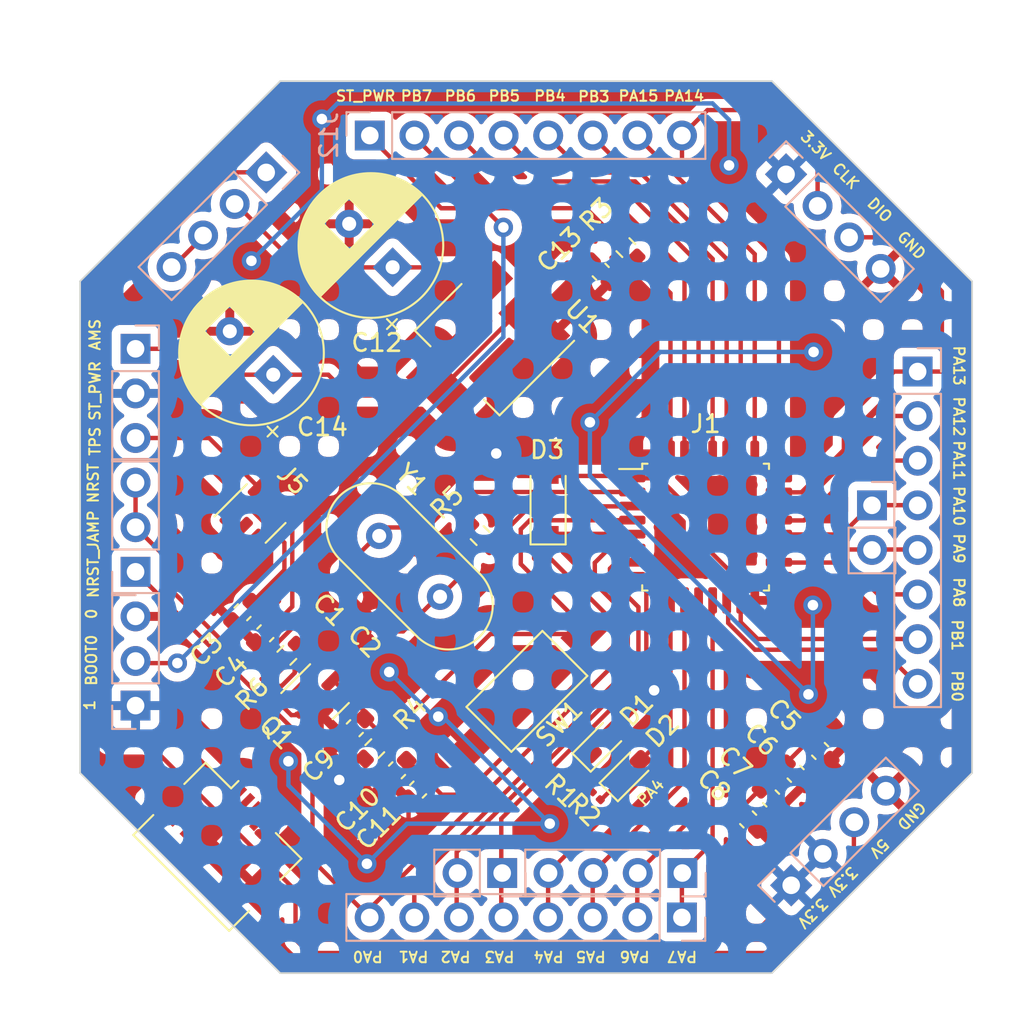
<source format=kicad_pcb>
(kicad_pcb (version 20221018) (generator pcbnew)
  (layers (0 "F.Cu" signal) (31 "B.Cu" signal) (34 "B.Paste" user) (35 "F.Paste" user) (36 "B.SilkS" user "B.Silkscreen") (37 "F.SilkS" user "F.Silkscreen") (38 "B.Mask" user) (39 "F.Mask" user) (44 "Edge.Cuts" user))
  (net 0 "")
  (net 1 "GND")
  (net 2 "Net-(C2-Pad1)")
  (net 3 "+5V")
  (net 4 "+3V3")
  (net 7 "+12V")
  (net 8 "Net-(J1-PF0)")
  (net 9 "Net-(J5-NR)")
  (net 10 "Net-(J1-NRST)")
  (net 11 "Net-(D3-K)")
  (net 12 "Net-(J15-Pin_2)")
  (net 13 "Net-(J14-Pin_1)")
  (net 14 "Net-(D1-K)")
  (net 15 "Net-(D2-K)")
  (net 16 "Net-(D2-A)")
  (net 17 "Net-(J1-PF1)")
  (net 18 "Net-(J1-PA0)")
  (net 19 "Net-(J1-PA1)")
  (net 20 "Net-(J1-PA2)")
  (net 21 "Net-(J1-PA3)")
  (net 22 "Net-(J1-PA5)")
  (net 23 "Net-(J1-PA6)")
  (net 24 "Net-(J1-PA7)")
  (net 25 "Net-(J1-PB0)")
  (net 26 "Net-(J1-PB1)")
  (net 27 "Net-(J1-PA8)")
  (net 28 "Net-(J1-PA9)")
  (net 29 "Net-(J1-PA10)")
  (net 30 "Net-(J1-PA11)")
  (net 31 "Net-(J1-PA12)")
  (net 32 "Net-(J1-PA13)")
  (net 33 "Net-(J1-PA14)")
  (net 34 "Net-(J1-PA15)")
  (net 35 "Net-(J1-PB3)")
  (net 36 "Net-(J1-PB4)")
  (net 37 "Net-(J1-PB5)")
  (net 38 "Net-(J1-PB6)")
  (net 39 "Net-(J1-PB7)")
  (net 40 "Net-(J1-BOOT0)")
  (net 41 "Net-(J14-Pin_3)")
  (net 42 "Net-(J12-Pin_1)")
  (net 43 "Net-(J11-Pin_2)")
  (net 44 "Net-(Q1-G)")
  (footprint "Resistor_SMD:R_0603_1608Metric" (layer "F.Cu") (at 146.583363 100.916637 -135)
    (fp_text reference "R4")
    (fp_text value "5-10kOm")
  )
  (footprint "Crystal:Crystal_HC18-U_Vertical" (layer "F.Cu") (at 146.835177 88.8 -45)
    (fp_text reference "Y1")
    (fp_text value "8MHz")
  )
  (footprint "Capacitor_THT:CP_Radial_D8.0mm_P3.50mm" (layer "F.Cu") (at 147.6 73.5 135)
    (fp_text reference "C12")
    (fp_text value "100mkF")
  )
  (footprint "Capacitor_SMD:C_0603_1608Metric" (layer "F.Cu") (at 147.851992 102.148008 45)
    (fp_text reference "C10")
    (fp_text value "1uF")
  )
  (footprint "Button_Switch_SMD:SW_SPST_FSMSM" (layer "F.Cu") (at 155.24562 97.65438 -135)
    (fp_text reference "SW1")
    (fp_text value "SW_Push")
  )
  (footprint "Capacitor_SMD:C_0603_1608Metric" (layer "F.Cu") (at 139.051992 93.148008 -135)
    (fp_text reference "C3")
    (fp_text value "0.1uF")
  )
  (footprint "Package_QFP:LQFP-32_7x7mm_P0.8mm" (layer "F.Cu") (at 165.425 88.3)
    (fp_text reference "J1")
    (fp_text value "stm32f030k6t6")
  )
  (footprint "Connector_USB:USB_Micro-B_Amphenol_10104110_Horizontal" (layer "F.Cu") (at 138.501996 105.622309 -45)
    (fp_text reference "J2" hide)
    (fp_text value "micro_usb" hide)
  )
  (footprint "Resistor_SMD:R_0603_1608Metric" (layer "F.Cu") (at 152.583363 88.783363 135)
    (fp_text reference "R5")
    (fp_text value "390 Om")
  )
  (footprint "Package_TO_SOT_SMD:SOT-23" (layer "F.Cu") (at 143.5445 97.6707 45)
    (fp_text reference "Q1")
    (fp_text value "MMBF170")
  )
  (footprint "Capacitor_SMD:C_0603_1608Metric" (layer "F.Cu") (at 159.451992 73.751992 -45)
    (fp_text reference "C13")
    (fp_text value "0.1nF")
  )
  (footprint "LED_SMD:LED_0603_1608Metric_Pad1.05x0.95mm_HandSolder" (layer "F.Cu") (at 159.533249 100.535164 45)
    (fp_text reference "D1")
    (fp_text value "LED")
  )
  (footprint "Package_TO_SOT_SMD:SOT-23-5" (layer "F.Cu") (at 139.832583 87.523915 45)
    (fp_text reference "J5")
    (fp_text value "TPS73133DBV")
  )
  (footprint "Capacitor_SMD:C_0201_0603Metric" (layer "F.Cu") (at 146.943952 93.943952 135)
    (fp_text reference "C2")
    (fp_text value "20pF")
  )
  (footprint "Diode_SMD:D_SOD-123" (layer "F.Cu") (at 156.454584 87.034721 90)
    (fp_text reference "D3")
    (fp_text value "MBR0540")
  )
  (footprint "Capacitor_SMD:C_0603_1608Metric" (layer "F.Cu") (at 149.051992 103.248008 45)
    (fp_text reference "C11")
    (fp_text value "10nF")
  )
  (footprint "Capacitor_SMD:C_0603_1608Metric" (layer "F.Cu") (at 171.948008 101.048008 -45)
    (fp_text reference "C6")
    (fp_text value "0.1nF")
  )
  (footprint "Resistor_SMD:R_0201_0603Metric" (layer "F.Cu") (at 158.1 102.5 135)
    (fp_text reference "R1")
    (fp_text value "10kOm")
  )
  (footprint "Capacitor_SMD:C_0603_1608Metric" (layer "F.Cu") (at 170.551992 102.351992 -45)
    (fp_text reference "C8")
    (fp_text value "0.1nF")
  )
  (footprint "Resistor_SMD:R_0603_1608Metric" (layer "F.Cu") (at 160.883363 72.383363 135)
    (fp_text reference "R3")
    (fp_text value "10kOm")
  )
  (footprint "Resistor_SMD:R_0201_0603Metric" (layer "F.Cu") (at 159.2 103.6 -45)
    (fp_text reference "R2")
    (fp_text value "10kOm")
  )
  (footprint "Capacitor_SMD:C_0603_1608Metric" (layer "F.Cu") (at 167.848008 104.948008 -45)
    (fp_text reference "C7")
    (fp_text value "0.1nF")
  )
  (footprint "Capacitor_SMD:C_0603_1608Metric" (layer "F.Cu") (at 169.151992 103.751992 -45)
    (fp_text reference "C5")
    (fp_text value "0.1nF")
  )
  (footprint "Capacitor_THT:CP_Radial_D8.0mm_P3.50mm" (layer "F.Cu") (at 140.801021 79.620118 135)
    (fp_text reference "C14")
    (fp_text value "470mkF")
  )
  (footprint "Capacitor_SMD:C_0603_1608Metric" (layer "F.Cu") (at 140.351992 94.348008 -135)
    (fp_text reference "C4")
    (fp_text value "0.1uF")
  )
  (footprint "LED_SMD:LED_0603_1608Metric_Pad1.05x0.95mm_HandSolder" (layer "F.Cu") (at 161.081282 102.218718 45)
    (fp_text reference "D2")
    (fp_text value "LED")
  )
  (footprint "Package_TO_SOT_SMD:SOT-223-3_TabPin2" (layer "F.Cu") (at 152.627386 78.172614 -135)
    (fp_text reference "U1")
    (fp_text value "AMS1117-3.3")
  )
  (footprint "Resistor_SMD:R_0603_1608Metric" (layer "F.Cu") (at 141.574929 95.601671 -135)
    (fp_text reference "R6")
    (fp_text value "2kOm")
  )
  (footprint "Capacitor_SMD:C_0201_0603Metric" (layer "F.Cu") (at 144.926274 92.026274 -45)
    (fp_text reference "C1")
    (fp_text value "20pF")
  )
  (footprint "Capacitor_SMD:C_0603_1608Metric" (layer "F.Cu") (at 145.448008 99.751992 -135)
    (fp_text reference "C9")
    (fp_text value "100nF")
  )
  (footprint "Connector_PinHeader_2.54mm:PinHeader_1x04_P2.54mm_Vertical" (layer "B.Cu") (at 170.3 108.7 -45)
    (fp_text reference "J3" hide)
    (fp_text value "Conn_01x04_Female")
  )
  (footprint "Connector_PinHeader_2.54mm:PinHeader_1x03_P2.54mm_Vertical" (layer "B.Cu") (at 132.959584 78.144721 180)
    (fp_text reference "J14" hide)
    (fp_text value "Conn_01x03_Female")
  )
  (footprint "Connector_PinHeader_2.54mm:PinHeader_1x08_P2.54mm_Vertical" (layer "B.Cu") (at 146.3 66 -90)
    (fp_text reference "J12")
    (fp_text value "Conn_01x08_Female")
  )
  (footprint "Connector_PinHeader_2.54mm:PinHeader_1x04_P2.54mm_Vertical" (layer "B.Cu") (at 170.007898 68.207898 -135)
    (fp_text reference "J4" hide)
    (fp_text value "SWD")
  )
  (footprint "Connector_PinHeader_2.54mm:PinHeader_1x02_P2.54mm_Vertical" (layer "B.Cu") (at 153.84 108 90)
    (fp_text reference "J8" hide)
    (fp_text value "uart")
  )
  (footprint "Connector_PinHeader_2.54mm:PinHeader_1x04_P2.54mm_Vertical" (layer "B.Cu") (at 164.1 108 90)
    (fp_text reference "J7" hide)
    (fp_text value "spi")
  )
  (footprint "Connector_PinHeader_2.54mm:PinHeader_1x04_P2.54mm_Vertical" (layer "B.Cu") (at 140.4 68.1 135)
    (fp_text reference "J15" hide)
    (fp_text value "Conn_01x04_Female")
  )
  (footprint "Connector_PinHeader_2.54mm:PinHeader_1x02_P2.54mm_Vertical" (layer "B.Cu") (at 174.9 87.06 180)
    (fp_text reference "J13" hide)
    (fp_text value "i2c")
  )
  (footprint "Connector_PinHeader_2.54mm:PinHeader_1x03_P2.54mm_Vertical" (layer "B.Cu") (at 132.959584 90.844721)
    (fp_text reference "J11" hide)
    (fp_text value "Сделать вместе")
  )
  (footprint "Connector_PinHeader_2.54mm:PinHeader_1x08_P2.54mm_Vertical" (layer "B.Cu") (at 164.074584 110.529721 90)
    (fp_text reference "J10" hide)
    (fp_text value "Сделать вместе")
  )
  (footprint "Connector_PinHeader_2.54mm:PinHeader_1x03_P2.54mm_Vertical" (layer "B.Cu") (at 132.959584 98.464721)
    (fp_text reference "J6" hide)
    (fp_text value "BOOT")
  )
  (footprint "Connector_PinHeader_2.54mm:PinHeader_1x08_P2.54mm_Vertical" (layer "B.Cu") (at 177.5 79.44 180)
    (fp_text reference "J9" hide)
    (fp_text value "Сделать вместе")
  )
  (gr_line (start 180.6 74.3) (end 180.6 102.3) (stroke (width 0.1)) (layer "Edge.Cuts"))
  (gr_line (start 169.2 113.7) (end 141.2 113.7) (stroke (width 0.1)) (layer "Edge.Cuts"))
  (gr_line (start 129.8 102.3) (end 129.8 74.3) (stroke (width 0.1)) (layer "Edge.Cuts"))
  (gr_line (start 180.6 102.3) (end 169.2 113.7) (stroke (width 0.1)) (layer "Edge.Cuts"))
  (gr_line (start 141.2 62.9) (end 169.2 62.9) (stroke (width 0.1)) (layer "Edge.Cuts"))
  (gr_line (start 129.8 74.3) (end 141.2 62.9) (stroke (width 0.1)) (layer "Edge.Cuts"))
  (gr_line (start 141.2 113.7) (end 129.8 102.3) (stroke (width 0.1)) (layer "Edge.Cuts"))
  (gr_line (start 169.2 62.9) (end 180.6 74.3) (stroke (width 0.1)) (layer "Edge.Cuts"))
  (gr_text "3.3V" (at 173.7 107.5 -135) (layer "F.SilkS") (effects (font (size 0.6 0.6) (thickness 0.1125)) (justify left bottom)))
  (gr_text "PA10\n" (at 179.5 85.9 270) (layer "F.SilkS") (effects (font (size 0.6 0.6) (thickness 0.1125)) (justify left bottom)))
  (gr_text "PA5" (at 159.8 112.4 180) (layer "F.SilkS") (effects (font (size 0.6 0.6) (thickness 0.1125)) (justify left bottom)))
  (gr_text "PA6" (at 162.3 112.4 180) (layer "F.SilkS") (effects (font (size 0.6 0.6) (thickness 0.1125)) (justify left bottom)))
  (gr_text "PA7" (at 165 112.4 180) (layer "F.SilkS") (effects (font (size 0.6 0.6) (thickness 0.1125)) (justify left bottom)))
  (gr_text "PB1" (at 179.4 93.5 270) (layer "F.SilkS") (effects (font (size 0.6 0.6) (thickness 0.1125)) (justify left bottom)))
  (gr_text "PA2" (at 152.1 112.4 180) (layer "F.SilkS") (effects (font (size 0.6 0.6) (thickness 0.1125)) (justify left bottom)))
  (gr_text "3.3V" (at 170.7 66.1 315) (layer "F.SilkS") (effects (font (size 0.6 0.6) (thickness 0.1125)) (justify left bottom)))
  (gr_text "PA15\n" (at 160.4 64.1) (layer "F.SilkS") (effects (font (size 0.6 0.6) (thickness 0.1125)) (justify left bottom)))
  (gr_text "BOOT0" (at 130.8 97.4 90) (layer "F.SilkS") (effects (font (size 0.6 0.6) (thickness 0.1125)) (justify left bottom)))
  (gr_text "PB4\n" (at 155.6 64.1) (layer "F.SilkS") (effects (font (size 0.6 0.6) (thickness 0.1125)) (justify left bottom)))
  (gr_text "ST_PWR" (at 131 82.3 90) (layer "F.SilkS") (effects (font (size 0.6 0.6) (thickness 0.1125)) (justify left bottom)))
  (gr_text "PA12\n" (at 179.5 80.8 270) (layer "F.SilkS") (effects (font (size 0.6 0.6) (thickness 0.1125)) (justify left bottom)))
  (gr_text "PB0" (at 179.4 96.4 270) (layer "F.SilkS") (effects (font (size 0.6 0.6) (thickness 0.1125)) (justify left bottom)))
  (gr_text "PA4" (at 161.9 104.3 45) (layer "F.SilkS") (effects (font (size 0.6 0.6) (thickness 0.1125)) (justify left bottom)))
  (gr_text "TPS" (at 131 84.3 90) (layer "F.SilkS") (effects (font (size 0.6 0.6) (thickness 0.1125)) (justify left bottom)))
  (gr_text "3.3V" (at 172 109.3 -135) (layer "F.SilkS") (effects (font (size 0.6 0.6) (thickness 0.1125)) (justify left bottom)))
  (gr_text "PA9" (at 179.5 88.6 270) (layer "F.SilkS") (effects (font (size 0.6 0.6) (thickness 0.1125)) (justify left bottom)))
  (gr_text "CLK" (at 172.5 67.9 315) (layer "F.SilkS") (effects (font (size 0.6 0.6) (thickness 0.1125)) (justify left bottom)))
  (gr_text "DIO" (at 174.5 69.9 315) (layer "F.SilkS") (effects (font (size 0.6 0.6) (thickness 0.1125)) (justify left bottom)))
  (gr_text "GND" (at 177.6 103.8 -135) (layer "F.SilkS") (effects (font (size 0.6 0.6) (thickness 0.1125)) (justify left bottom)))
  (gr_text "0\n" (at 130.8 93.6 90) (layer "F.SilkS") (effects (font (size 0.6 0.6) (thickness 0.1125)) (justify left bottom)))
  (gr_text "AMS" (at 131 78.3 90) (layer "F.SilkS") (effects (font (size 0.6 0.6) (thickness 0.1125)) (justify left bottom)))
  (gr_text "PA1" (at 149.7 112.4 180) (layer "F.SilkS") (effects (font (size 0.6 0.6) (thickness 0.1125)) (justify left bottom)))
  (gr_text "PA14" (at 163 64.1) (layer "F.SilkS") (effects (font (size 0.6 0.6) (thickness 0.1125)) (justify left bottom)))
  (gr_text "PB3\n\n" (at 158.1 65.1) (layer "F.SilkS") (effects (font (size 0.6 0.6) (thickness 0.1125)) (justify left bottom)))
  (gr_text "1\n" (at 130.7 98.8 90) (layer "F.SilkS") (effects (font (size 0.6 0.6) (thickness 0.1125)) (justify left bottom)))
  (gr_text "PB6\n" (at 150.5 64.1) (layer "F.SilkS") (effects (font (size 0.6 0.6) (thickness 0.1125)) (justify left bottom)))
  (gr_text "5V" (at 175.5 105.9 225) (layer "F.SilkS") (effects (font (size 0.6 0.6) (thickness 0.1125)) (justify left bottom)))
  (gr_text "PA4" (at 157.4 112.4 180) (layer "F.SilkS") (effects (font (size 0.6 0.6) (thickness 0.1125)) (justify left bottom)))
  (gr_text "PA11\n" (at 179.5 83.3 270) (layer "F.SilkS") (effects (font (size 0.6 0.6) (thickness 0.1125)) (justify left bottom)))
  (gr_text "NRST" (at 130.9 87 90) (layer "F.SilkS") (effects (font (size 0.6 0.6) (thickness 0.1125)) (justify left bottom)))
  (gr_text "GND" (at 176.2 71.8 315) (layer "F.SilkS") (effects (font (size 0.6 0.6) (thickness 0.1125)) (justify left bottom)))
  (gr_text "PB5\n" (at 153 64.1) (layer "F.SilkS") (effects (font (size 0.6 0.6) (thickness 0.1125)) (justify left bottom)))
  (gr_text "PA3" (at 154.6 112.4 180) (layer "F.SilkS") (effects (font (size 0.6 0.6) (thickness 0.1125)) (justify left bottom)))
  (gr_text "PB7\n" (at 148 64.1) (layer "F.SilkS") (effects (font (size 0.6 0.6) (thickness 0.1125)) (justify left bottom)))
  (gr_text "PA13" (at 179.5 77.9 270) (layer "F.SilkS") (effects (font (size 0.6 0.6) (thickness 0.1125)) (justify left bottom)))
  (gr_text "ST_PWR" (at 144.3 64.1) (layer "F.SilkS") (effects (font (size 0.6 0.6) (thickness 0.1125)) (justify left bottom)))
  (gr_text "PA0" (at 147.1 112.4 180) (layer "F.SilkS") (effects (font (size 0.6 0.6) (thickness 0.1125)) (justify left bottom)))
  (gr_text "NRST_JAMP" (at 130.9 92.4 90) (layer "F.SilkS") (effects (font (size 0.6 0.6) (thickness 0.1125)) (justify left bottom)))
  (gr_text "PA8" (at 179.5 91.1 270) (layer "F.SilkS") (effects (font (size 0.6 0.6) (thickness 0.1125)) (justify left bottom)))
  (via (at 135.3403 96.0451) (size 1.1) (drill 0.6) (layers "F.Cu" "B.Cu") (net 0))
  (via (at 153.9077 71.2293) (size 1.1) (drill 0.6) (layers "F.Cu" "B.Cu") (net 0))
  (segment (start 156.5493 105.1891) (end 158.366323 103.372077) (width 0.25) (layer "F.Cu") (net 1))
  (segment (start 140.9791 94.9529) (end 141.000684 94.931316) (width 0.25) (layer "F.Cu") (net 1))
  (segment (start 139.803068 94.9529) (end 140.9791 94.9529) (width 0.25) (layer "F.Cu") (net 1))
  (segment (start 141.000684 94.931316) (end 142.1729 93.7591) (width 0.25) (layer "F.Cu") (net 1))
  (segment (start 141.000684 95.076084) (end 142.0205 96.0959) (width 0.25) (layer "F.Cu") (net 1))
  (segment (start 139.781484 94.931316) (end 139.803068 94.9529) (width 0.25) (layer "F.Cu") (net 1))
  (segment (start 143.553339 99.005364) (end 143.553339 100.194139) (width 0.25) (layer "F.Cu") (net 1))
  (segment (start 141.0807 98.2549) (end 141.831164 99.005364) (width 0.25) (layer "F.Cu") (net 1))
  (segment (start 158.366323 103.372077) (end 158.937865 103.372077) (width 0.25) (layer "F.Cu") (net 1))
  (segment (start 142.0205 96.0959) (end 142.0205 96.6039) (width 0.25) (layer "F.Cu") (net 1))
  (segment (start 141.0807 97.5437) (end 141.0807 98.2549) (width 0.25) (layer "F.Cu") (net 1))
  (segment (start 143.553339 100.194139) (end 143.6207 100.2615) (width 0.25) (layer "F.Cu") (net 1))
  (segment (start 142.0205 96.6039) (end 141.0807 97.5437) (width 0.25) (layer "F.Cu") (net 1))
  (segment (start 148.506991 105.103409) (end 146.1353 107.4751) (width 0.25) (layer "F.Cu") (net 1))
  (segment (start 142.1729 93.7591) (end 142.5793 93.7591) (width 0.25) (layer "F.Cu") (net 1))
  (segment (start 141.831164 99.005364) (end 143.553339 99.005364) (width 0.25) (layer "F.Cu") (net 1))
  (segment (start 158.366323 102.766323) (end 158.366323 103.372077) (width 0.25) (layer "F.Cu") (net 1))
  (segment (start 158.326274 102.726274) (end 158.366323 102.766323) (width 0.25) (layer "F.Cu") (net 1))
  (segment (start 148.506991 103.843048) (end 148.506991 105.103409) (width 0.25) (layer "F.Cu") (net 1))
  (segment (start 141.000684 94.931316) (end 141.000684 95.076084) (width 0.25) (layer "F.Cu") (net 1))
  (via (at 146.1353 107.4751) (size 1.1) (drill 0.6) (layers "F.Cu" "B.Cu") (net 1))
  (via (at 139.5567 73.1343) (size 1.1) (drill 0.6) (layers "F.Cu" "B.Cu") (net 1))
  (via (at 171.2813 97.8231) (size 1.1) (drill 0.6) (layers "F.Cu" "B.Cu") (net 1))
  (via (at 166.7601 67.6987) (size 1.1) (drill 0.6) (layers "F.Cu" "B.Cu") (net 1))
  (via (at 147.4053 96.5531) (size 1.1) (drill 0.6) (layers "F.Cu" "B.Cu") (net 1))
  (via (at 141.6649 101.6331) (size 1.1) (drill 0.6) (layers "F.Cu" "B.Cu") (net 1))
  (via (at 158.8353 82.3291) (size 1.1) (drill 0.6) (layers "F.Cu" "B.Cu") (net 1))
  (via (at 171.5353 92.7431) (size 1.1) (drill 0.6) (layers "F.Cu" "B.Cu") (net 1))
  (via (at 156.5493 105.1891) (size 1.1) (drill 0.6) (layers "F.Cu" "B.Cu") (net 1))
  (via (at 143.5699 65.0571) (size 1.1) (drill 0.6) (layers "F.Cu" "B.Cu") (net 1))
  (via (at 171.575693 78.325378) (size 1.1) (drill 0.6) (layers "F.Cu" "B.Cu") (net 1))
  (via (at 150.1993 99.0931) (size 1.1) (drill 0.6) (layers "F.Cu" "B.Cu") (net 1))
  (segment (start 158.8353 82.3291) (end 158.8353 85.3771) (width 0.25) (layer "B.Cu") (net 1))
  (segment (start 148.4213 105.1891) (end 156.5493 105.1891) (width 0.25) (layer "B.Cu") (net 1))
  (segment (start 165.8203 64.1681) (end 144.4589 64.1681) (width 0.25) (layer "B.Cu") (net 1))
  (segment (start 141.6649 103.0047) (end 146.1353 107.4751) (width 0.25) (layer "B.Cu") (net 1))
  (segment (start 149.9453 99.0931) (end 150.1993 99.0931) (width 0.25) (layer "B.Cu") (net 1))
  (segment (start 158.8353 85.3771) (end 171.2813 97.8231) (width 0.25) (layer "B.Cu") (net 1))
  (segment (start 171.5353 97.5691) (end 171.2813 97.8231) (width 0.25) (layer "B.Cu") (net 1))
  (segment (start 147.4053 96.5531) (end 149.9453 99.0931) (width 0.25) (layer "B.Cu") (net 1))
  (segment (start 171.5353 92.7431) (end 171.5353 97.5691) (width 0.25) (layer "B.Cu") (net 1))
  (segment (start 144.4589 64.1681) (end 143.5699 65.0571) (width 0.25) (layer "B.Cu") (net 1))
  (segment (start 162.839022 78.325378) (end 158.8353 82.3291) (width 0.25) (layer "B.Cu") (net 1))
  (segment (start 166.7601 65.1079) (end 165.8203 64.1681) (width 0.25) (layer "B.Cu") (net 1))
  (segment (start 141.6649 101.6331) (end 141.6649 103.0047) (width 0.25) (layer "B.Cu") (net 1))
  (segment (start 150.1993 99.0931) (end 150.4533 99.0931) (width 0.25) (layer "B.Cu") (net 1))
  (segment (start 171.575693 78.325378) (end 162.839022 78.325378) (width 0.25) (layer "B.Cu") (net 1))
  (segment (start 146.1353 107.4751) (end 148.4213 105.1891) (width 0.25) (layer "B.Cu") (net 1))
  (segment (start 150.4533 99.0931) (end 156.5493 105.1891) (width 0.25) (layer "B.Cu") (net 1))
  (segment (start 166.7601 67.6987) (end 166.7601 65.1079) (width 0.25) (layer "B.Cu") (net 1))
  (segment (start 143.5699 65.0571) (end 143.5699 69.1211) (width 0.25) (layer "B.Cu") (net 1))
  (segment (start 143.5699 69.1211) (end 139.5567 73.1343) (width 0.25) (layer "B.Cu") (net 1))
  (segment (start 150.3 92.264823) (end 152 90.564823) (width 0.25) (layer "F.Cu") (net 2))
  (segment (start 150.1993 92.2351) (end 148.195026 94.239374) (width 0.25) (layer "F.Cu") (net 2))
  (segment (start 151.9773 88.1711) (end 151.826574 88.020374) (width 0.25) (layer "F.Cu") (net 2))
  (segment (start 148.195026 94.239374) (end 147.123574 94.239374) (width 0.25) (layer "F.Cu") (net 2))
  (segment (start 152 90.564823) (end 152 88.2) (width 0.25) (layer "F.Cu") (net 2))
  (segment (start 169.2493 112.5551) (end 173.86968 107.93472) (width 0.25) (layer "F.Cu") (net 3))
  (segment (start 139.1503 86.9011) (end 140.503252 88.254053) (width 0.25) (layer "F.Cu") (net 3))
  (segment (start 139.1503 86.920001) (end 139.1503 86.9011) (width 0.25) (layer "F.Cu") (net 3))
  (segment (start 140.470635 68.09367) (end 138.27273 68.09367) (width 0.25) (layer "F.Cu") (net 3))
  (segment (start 141.4363 89.187101) (end 140.503252 88.254053) (width 0.25) (layer "F.Cu") (net 3))
  (segment (start 140.503252 88.254053) (end 139.732916 89.024389) (width 0.25) (layer "F.Cu") (net 3))
  (segment (start 131.1493 84.4881) (end 131.1493 100.3631) (width 0.25) (layer "F.Cu") (net 3))
  (segment (start 131.1493 75.2171) (end 131.1493 84.4881) (width 0.25) (layer "F.Cu") (net 3))
  (segment (start 173.86968 107.93472) (end 173.86968 105.179625) (width 0.25) (layer "F.Cu") (net 3))
  (segment (start 131.1493 84.4881) (end 136.7373 84.4881) (width 0.25) (layer "F.Cu") (net 3))
  (segment (start 135.688818 100.6171) (end 138.678773 103.607055) (width 0.25) (layer "F.Cu") (net 3))
  (segment (start 131.4033 100.6171) (end 133.6893 100.6171) (width 0.25) (layer "F.Cu") (net 3))
  (segment (start 133.6893 100.6171) (end 142.0713 108.9991) (width 0.25) (layer "F.Cu") (net 3))
  (segment (start 131.1493 100.3631) (end 131.4033 100.6171) (width 0.25) (layer "F.Cu") (net 3))
  (segment (start 139.15975 86.910551) (end 138.389414 87.680887) (width 0.25) (layer "F.Cu") (net 3))
  (segment (start 142.0713 108.9991) (end 142.0713 111.7931) (width 0.25) (layer "F.Cu") (net 3))
  (segment (start 138.389414 87.680887) (end 139.1503 86.920001) (width 0.25) (layer "F.Cu") (net 3))
  (segment (start 131.4033 100.6171) (end 135.688818 100.6171) (width 0.25) (layer "F.Cu") (net 3))
  (segment (start 142.0713 111.7931) (end 142.8333 112.5551) (width 0.25) (layer "F.Cu") (net 3))
  (segment (start 141.4363 90.746922) (end 141.4363 89.187101) (width 0.25) (layer "F.Cu") (net 3))
  (segment (start 142.8333 112.5551) (end 169.2493 112.5551) (width 0.25) (layer "F.Cu") (net 3))
  (segment (start 138.27273 68.09367) (end 131.1493 75.2171) (width 0.25) (layer "F.Cu") (net 3))
  (segment (start 139.612711 92.570511) (end 141.4363 90.746922) (width 0.25) (layer "F.Cu") (net 3))
  (segment (start 136.7373 84.4881) (end 139.15975 86.910551) (width 0.25) (layer "F.Cu") (net 3))
  (segment (start 145.747679 101.512721) (end 144.5605 102.6999) (width 0.25) (layer "F.Cu") (net 4))
  (segment (start 171.332471 100.428149) (end 169.985434 101.775186) (width 0.25) (layer "F.Cu") (net 4))
  (segment (start 161.114243 85.384721) (end 161.2482 85.518678) (width 0.25) (layer "F.Cu") (net 4))
  (segment (start 160.151967 99.916446) (end 160.170954 99.916446) (width 0.25) (layer "F.Cu") (net 4))
  (segment (start 160.170954 99.916446) (end 162.4929 97.5945) (width 0.25) (layer "F.Cu") (net 4))
  (segment (start 167.116878 91.118678) (end 169.5982 91.118678) (width 0.25) (layer "F.Cu") (net 4))
  (segment (start 154.778921 85.384721) (end 156.454584 85.384721) (width 0.25) (layer "F.Cu") (net 4))
  (segment (start 169.985434 101.775186) (end 168.638396 103.122224) (width 0.25) (layer "F.Cu") (net 4))
  (segment (start 162.786878 85.518678) (end 164.9313 87.6631) (width 0.25) (layer "F.Cu") (net 4))
  (segment (start 153.5013 84.1071) (end 154.778921 85.384721) (width 0.25) (layer "F.Cu") (net 4))
  (segment (start 161.2482 85.518678) (end 162.786878 85.518678) (width 0.25) (layer "F.Cu") (net 4))
  (segment (start 170.277578 108.771727) (end 167.291357 105.785506) (width 0.25) (layer "F.Cu") (net 4))
  (segment (start 167.291357 105.785506) (end 167.291357 104.469263) (width 0.25) (layer "F.Cu") (net 4))
  (segment (start 146.040584 101.512721) (end 145.747679 101.512721) (width 0.25) (layer "F.Cu") (net 4))
  (segment (start 156.454584 85.384721) (end 161.114243 85.384721) (width 0.25) (layer "F.Cu") (net 4))
  (segment (start 167.291357 104.469263) (end 168.638396 103.122224) (width 0.25) (layer "F.Cu") (net 4))
  (segment (start 164.9313 87.6631) (end 164.9313 88.9331) (width 0.25) (layer "F.Cu") (net 4))
  (segment (start 164.9313 88.9331) (end 167.116878 91.118678) (width 0.25) (layer "F.Cu") (net 4))
  (segment (start 172.073629 106.975676) (end 170.277578 108.771727) (width 0.25) (layer "F.Cu") (net 4))
  (via (at 162.4929 97.5945) (size 1.1) (drill 0.6) (layers "F.Cu" "B.Cu") (net 4))
  (via (at 153.5013 84.1071) (size 1.1) (drill 0.6) (layers "F.Cu" "B.Cu") (net 4))
  (via (at 144.5605 102.6999) (size 1.1) (drill 0.6) (layers "F.Cu" "B.Cu") (net 4))
  (segment (start 135.082481 73.481824) (end 136.878533 71.685772) (width 0.25) (layer "F.Cu") (net 7))
  (segment (start 161.25 86.3) (end 151.6 86.3) (width 0.25) (layer "F.Cu") (net 8))
  (segment (start 149.579723 88.320277) (end 146.835177 88.320277) (width 0.25) (layer "F.Cu") (net 8))
  (segment (start 146.734477 88.770277) (end 144.666752 90.838002) (width 0.25) (layer "F.Cu") (net 8))
  (segment (start 151.6 86.3) (end 149.579723 88.320277) (width 0.25) (layer "F.Cu") (net 8))
  (segment (start 144.666752 90.838002) (end 144.666752 91.782552) (width 0.25) (layer "F.Cu") (net 8))
  (segment (start 141.88582 92.82698) (end 140.8775 93.8353) (width 0.25) (layer "F.Cu") (net 9))
  (segment (start 141.88582 87.959957) (end 141.88582 92.82698) (width 0.25) (layer "F.Cu") (net 9))
  (segment (start 141.341584 87.415721) (end 141.88582 87.959957) (width 0.25) (layer "F.Cu") (net 9))
  (segment (start 153.166824 94.386481) (end 147.20731 100.345995) (width 0.25) (layer "F.Cu") (net 10))
  (segment (start 154.8983 88.4251) (end 154.8983 90.402957) (width 0.25) (layer "F.Cu") (net 10))
  (segment (start 145.966356 99.199477) (end 146.060792 99.199477) (width 0.25) (layer "F.Cu") (net 10))
  (segment (start 158.881824 94.386481) (end 153.166824 94.386481) (width 0.25) (layer "F.Cu") (net 10))
  (segment (start 144.300174 97.095523) (end 145.966356 98.761705) (width 0.25) (layer "F.Cu") (net 10))
  (segment (start 161.2482 87.918678) (end 161.239732 87.91021) (width 0.25) (layer "F.Cu") (net 10))
  (segment (start 154.8983 90.402957) (end 158.881824 94.386481) (width 0.25) (layer "F.Cu") (net 10))
  (segment (start 146.060792 99.199477) (end 147.20731 100.345995) (width 0.25) (layer "F.Cu") (net 10))
  (segment (start 155.41319 87.91021) (end 154.8983 88.4251) (width 0.25) (layer "F.Cu") (net 10))
  (segment (start 161.239732 87.91021) (end 155.41319 87.91021) (width 0.25) (layer "F.Cu") (net 10))
  (segment (start 145.966356 98.761705) (end 145.966356 99.199477) (width 0.25) (layer "F.Cu") (net 10))
  (segment (start 160.542776 94.718624) (end 151.7233 103.5381) (width 0.25) (layer "F.Cu") (net 11))
  (segment (start 161.2482 88.718678) (end 161.214243 88.684721) (width 0.25) (layer "F.Cu") (net 11))
  (segment (start 151.7233 103.5381) (end 150.394075 103.5381) (width 0.25) (layer "F.Cu") (net 11))
  (segment (start 149.603007 102.747032) (end 149.593927 102.747032) (width 0.25) (layer "F.Cu") (net 11))
  (segment (start 156.454584 88.684721) (end 156.454584 89.958807) (width 0.25) (layer "F.Cu") (net 11))
  (segment (start 148.444765 101.588792) (end 148.426381 101.588792) (width 0.25) (layer "F.Cu") (net 11))
  (segment (start 161.214243 88.684721) (end 156.454584 88.684721) (width 0.25) (layer "F.Cu") (net 11))
  (segment (start 150.394075 103.5381) (end 149.603007 102.747032) (width 0.25) (layer "F.Cu") (net 11))
  (segment (start 149.593927 102.747032) (end 148.4066 101.559705) (width 0.25) (layer "F.Cu") (net 11))
  (segment (start 160.542776 94.046999) (end 160.542776 94.718624) (width 0.25) (layer "F.Cu") (net 11))
  (segment (start 156.454584 89.958807) (end 160.542776 94.046999) (width 0.25) (layer "F.Cu") (net 11))
  (segment (start 147.118458 73.507595) (end 152.325459 73.507595) (width 0.25) (layer "F.Cu") (net 12))
  (segment (start 152.325459 73.507595) (end 153.177239 74.359375) (width 0.25) (layer "F.Cu") (net 12))
  (segment (start 142.292458 73.507595) (end 147.118458 73.507595) (width 0.25) (layer "F.Cu") (net 12))
  (segment (start 138.674584 69.889721) (end 142.292458 73.507595) (width 0.25) (layer "F.Cu") (net 12))
  (segment (start 154.803584 75.985721) (end 150.348812 80.440493) (width 0.25) (layer "F.Cu") (net 13))
  (segment (start 140.801021 79.620118) (end 143.934318 79.620118) (width 0.25) (layer "F.Cu") (net 13))
  (segment (start 140.801021 79.620118) (end 138.796591 79.620118) (width 0.25) (layer "F.Cu") (net 13))
  (segment (start 145.1193 80.8051) (end 149.984205 80.8051) (width 0.25) (layer "F.Cu") (net 13))
  (segment (start 143.934318 79.620118) (end 145.1193 80.8051) (width 0.25) (layer "F.Cu") (net 13))
  (segment (start 137.321194 78.144721) (end 132.959584 78.144721) (width 0.25) (layer "F.Cu") (net 13))
  (segment (start 149.984205 80.8051) (end 150.348812 80.440493) (width 0.25) (layer "F.Cu") (net 13))
  (segment (start 138.796591 79.620118) (end 137.321194 78.144721) (width 0.25) (layer "F.Cu") (net 13))
  (segment (start 158.914568 73.238705) (end 157.5506 73.238705) (width 0.25) (layer "F.Cu") (net 13))
  (segment (start 157.5506 73.238705) (end 154.803584 75.985721) (width 0.25) (layer "F.Cu") (net 13))
  (segment (start 157.860236 102.294446) (end 157.860236 102.208177) (width 0.25) (layer "F.Cu") (net 14))
  (segment (start 157.860236 102.208177) (end 158.914531 101.153882) (width 0.25) (layer "F.Cu") (net 14))
  (segment (start 159.47668 103.824625) (end 159.390413 103.824625) (width 0.25) (layer "F.Cu") (net 15))
  (segment (start 160.534866 102.766439) (end 159.47668 103.824625) (width 0.25) (layer "F.Cu") (net 15))
  (segment (start 156.454584 107.989721) (end 161.772302 102.672003) (width 0.25) (layer "F.Cu") (net 16))
  (segment (start 161.772302 102.672003) (end 161.772302 101.529003) (width 0.25) (layer "F.Cu") (net 16))
  (segment (start 156.454584 107.989721) (end 156.454584 110.529721) (width 0.25) (layer "F.Cu") (net 16))
  (segment (start 163.4232 99.878105) (end 161.772302 101.529003) (width 0.25) (layer "F.Cu") (net 16))
  (segment (start 163.4232 92.493678) (end 163.4232 99.878105) (width 0.25) (layer "F.Cu") (net 16))
  (segment (start 153.096574 89.337826) (end 153.144026 89.337826) (width 0.25) (layer "F.Cu") (net 17))
  (segment (start 155.414774 87.118678) (end 153.166726 89.366726) (width 0.25) (layer "F.Cu") (net 17))
  (segment (start 161.2482 87.118678) (end 155.414774 87.118678) (width 0.25) (layer "F.Cu") (net 17))
  (segment (start 161.2482 89.518678) (end 159.926122 89.518678) (width 0.25) (layer "F.Cu") (net 18))
  (segment (start 159.1147 90.3301) (end 159.1147 91.4985) (width 0.25) (layer "F.Cu") (net 18))
  (segment (start 143.0365 107.271637) (end 146.294584 110.529721) (width 0.25) (layer "F.Cu") (net 18))
  (segment (start 160.992296 93.376096) (end 160.992296 95.335904) (width 0.25) (layer "F.Cu") (net 18))
  (segment (start 143.0365 100.921637) (end 143.0365 107.271637) (width 0.25) (layer "F.Cu") (net 18))
  (segment (start 160.992296 95.335904) (end 146.294584 110.033616) (width 0.25) (layer "F.Cu") (net 18))
  (segment (start 146.294584 110.033616) (end 146.294584 110.529721) (width 0.25) (layer "F.Cu") (net 18))
  (segment (start 132.959584 90.844721) (end 143.0365 100.921637) (width 0.25) (layer "F.Cu") (net 18))
  (segment (start 159.926122 89.518678) (end 159.1147 90.3301) (width 0.25) (layer "F.Cu") (net 18))
  (segment (start 159.1147 91.4985) (end 160.992296 93.376096) (width 0.25) (layer "F.Cu") (net 18))
  (segment (start 161.2482 90.318678) (end 160.319922 90.318678) (width 0.25) (layer "F.Cu") (net 19))
  (segment (start 159.9783 90.6603) (end 159.9783 91.234495) (width 0.25) (layer "F.Cu") (net 19))
  (segment (start 161.59916 95.819804) (end 148.834584 108.58438) (width 0.25) (layer "F.Cu") (net 19))
  (segment (start 161.59916 92.855355) (end 161.59916 95.819804) (width 0.25) (layer "F.Cu") (net 19))
  (segment (start 148.834584 108.58438) (end 148.834584 110.529721) (width 0.25) (layer "F.Cu") (net 19))
  (segment (start 160.319922 90.318678) (end 159.9783 90.6603) (width 0.25) (layer "F.Cu") (net 19))
  (segment (start 159.9783 91.234495) (end 161.59916 92.855355) (width 0.25) (layer "F.Cu") (net 19))
  (segment (start 162.04868 96.006002) (end 162.04868 91.919158) (width 0.25) (layer "F.Cu") (net 20))
  (segment (start 151.247584 107.989721) (end 151.247584 106.807099) (width 0.25) (layer "F.Cu") (net 20))
  (segment (start 151.247584 106.807099) (end 154.555041 103.499641) (width 0.25) (layer "F.Cu") (net 20))
  (segment (start 154.555041 103.499641) (end 162.04868 96.006002) (width 0.25) (layer "F.Cu") (net 20))
  (segment (start 151.247584 107.989721) (end 151.247584 110.402721) (width 0.25) (layer "F.Cu") (net 20))
  (segment (start 162.04868 91.919158) (end 161.2482 91.118678) (width 0.25) (layer "F.Cu") (net 20))
  (segment (start 151.247584 110.402721) (end 151.374584 110.529721) (width 0.25) (layer "F.Cu") (net 20))
  (segment (start 162.6232 96.0672) (end 162.6232 92.493678) (width 0.25) (layer "F.Cu") (net 21))
  (segment (start 153.787584 104.902816) (end 162.6232 96.0672) (width 0.25) (layer "F.Cu") (net 21))
  (segment (start 153.787584 107.989721) (end 153.787584 104.902816) (width 0.25) (layer "F.Cu") (net 21))
  (segment (start 153.787584 110.402721) (end 153.914584 110.529721) (width 0.25) (layer "F.Cu") (net 21))
  (segment (start 153.787584 107.989721) (end 153.787584 110.402721) (width 0.25) (layer "F.Cu") (net 21))
  (segment (start 164.2232 102.761105) (end 158.994584 107.989721) (width 0.25) (layer "F.Cu") (net 22))
  (segment (start 158.994584 107.989721) (end 158.994584 110.529721) (width 0.25) (layer "F.Cu") (net 22))
  (segment (start 164.2232 92.493678) (end 164.2232 102.761105) (width 0.25) (layer "F.Cu") (net 22))
  (segment (start 165.0232 92.493678) (end 165.0232 104.501105) (width 0.25) (layer "F.Cu") (net 23))
  (segment (start 165.0232 104.501105) (end 161.534584 107.989721) (width 0.25) (layer "F.Cu") (net 23))
  (segment (start 161.534584 107.989721) (end 161.534584 110.529721) (width 0.25) (layer "F.Cu") (net 23))
  (segment (start 165.8232 106.241105) (end 164.074584 107.989721) (width 0.25) (layer "F.Cu") (net 24))
  (segment (start 164.074584 107.989721) (end 164.074584 110.529721) (width 0.25) (layer "F.Cu") (net 24))
  (segment (start 165.8232 92.493678) (end 165.8232 106.241105) (width 0.25) (layer "F.Cu") (net 24))
  (segment (start 177.409584 97.209721) (end 175.482963 95.2831) (width 0.25) (layer "F.Cu") (net 25))
  (segment (start 166.7093 93.7591) (end 166.7093 92.579778) (width 0.25) (layer "F.Cu") (net 25))
  (segment (start 166.7093 92.579778) (end 166.6232 92.493678) (width 0.25) (layer "F.Cu") (net 25))
  (segment (start 168.2333 95.2831) (end 166.7093 93.7591) (width 0.25) (layer "F.Cu") (net 25))
  (segment (start 175.482963 95.2831) (end 168.2333 95.2831) (width 0.25) (layer "F.Cu") (net 25))
  (segment (start 168.381921 94.669721) (end 167.4232 93.711) (width 0.25) (layer "F.Cu") (net 26))
  (segment (start 167.4232 93.711) (end 167.4232 92.493678) (width 0.25) (layer "F.Cu") (net 26))
  (segment (start 177.409584 94.669721) (end 168.381921 94.669721) (width 0.25) (layer "F.Cu") (net 26))
  (segment (start 169.5982 90.318678) (end 173.428878 90.318678) (width 0.25) (layer "F.Cu") (net 27))
  (segment (start 173.428878 90.318678) (end 175.239921 92.129721) (width 0.25) (layer "F.Cu") (net 27))
  (segment (start 175.239921 92.129721) (end 177.409584 92.129721) (width 0.25) (layer "F.Cu") (net 27))
  (segment (start 169.654243 89.574721) (end 169.5982 89.518678) (width 0.25) (layer "F.Cu") (net 28))
  (segment (start 174.869584 89.574721) (end 177.394584 89.574721) (width 0.25) (layer "F.Cu") (net 28))
  (segment (start 174.869584 89.574721) (end 169.654243 89.574721) (width 0.25) (layer "F.Cu") (net 28))
  (segment (start 177.394584 89.574721) (end 177.409584 89.589721) (width 0.25) (layer "F.Cu") (net 28))
  (segment (start 174.884584 87.049721) (end 174.869584 87.034721) (width 0.25) (layer "F.Cu") (net 29))
  (segment (start 173.185627 88.718678) (end 169.5982 88.718678) (width 0.25) (layer "F.Cu") (net 29))
  (segment (start 177.409584 87.049721) (end 174.884584 87.049721) (width 0.25) (layer "F.Cu") (net 29))
  (segment (start 174.869584 87.034721) (end 173.185627 88.718678) (width 0.25) (layer "F.Cu") (net 29))
  (segment (start 177.409584 84.509721) (end 174.434679 84.509721) (width 0.25) (layer "F.Cu") (net 30))
  (segment (start 174.434679 84.509721) (end 171.025722 87.918678) (width 0.25) (layer "F.Cu") (net 30))
  (segment (start 171.025722 87.918678) (end 169.5982 87.918678) (width 0.25) (layer "F.Cu") (net 30))
  (segment (start 175.958679 81.969721) (end 170.809722 87.118678) (width 0.25) (layer "F.Cu") (net 31))
  (segment (start 177.409584 81.969721) (end 175.958679 81.969721) (width 0.25) (layer "F.Cu") (net 31))
  (segment (start 170.809722 87.118678) (end 169.5982 87.118678) (width 0.25) (layer "F.Cu") (net 31))
  (segment (start 169.5982 86.318678) (end 170.881322 86.318678) (width 0.25) (layer "F.Cu") (net 32))
  (segment (start 176.16 79.44) (end 177.5 79.44) (width 0.25) (layer "F.Cu") (net 32))
  (segment (start 170.881322 86.318678) (end 173.3 83.9) (width 0.25) (layer "F.Cu") (net 32))
  (segment (start 177.5 79.44) (end 178.96 79.44) (width 0.25) (layer "F.Cu") (net 32))
  (segment (start 178.96 79.44) (end 179.6406 78.7594) (width 0.25) (layer "F.Cu") (net 32))
  (segment (start 173.3 82.3) (end 176.16 79.44) (width 0.25) (layer "F.Cu") (net 32))
  (segment (start 179.6406 78.7594) (end 179.6406 74.5594) (width 0.25) (layer "F.Cu") (net 32))
  (segment (start 173.3 83.9) (end 173.3 82.3) (width 0.25) (layer "F.Cu") (net 32))
  (segment (start 176.875921 71.794721) (end 173.599584 71.794721) (width 0.25) (layer "F.Cu") (net 32))
  (segment (start 179.6406 74.5594) (end 176.875921 71.794721) (width 0.25) (layer "F.Cu") (net 32))
  (segment (start 177.409584 79.429721) (end 177.394584 79.429721) (width 0.25) (layer "F.Cu") (net 32))
  (segment (start 177.409584 79.429721) (end 177.409584 79.756816) (width 0.25) (layer "F.Cu") (net 32))
  (segment (start 179.6633 74.5821) (end 179.6406 74.5594) (width 0.25) (layer "F.Cu") (net 32))
  (segment (start 164.08 67.58) (end 169.6 73.1) (width 0.25) (layer "F.Cu") (net 33))
  (segment (start 164.08 66) (end 164.08 67.58) (width 0.25) (layer "F.Cu") (net 33))
  (segment (start 171.803533 66.595333) (end 169.7573 64.5491) (width 0.25) (layer "F.Cu") (net 33))
  (segment (start 165.5309 64.5491) (end 164.08 66) (width 0.25) (layer "F.Cu") (net 33))
  (segment (start 171.803533 69.99867) (end 171.803533 66.595333) (width 0.25) (layer "F.Cu") (net 33))
  (segment (start 169.6 73.1) (end 169.6 85.5) (width 0.25) (layer "F.Cu") (net 33))
  (segment (start 169.7573 64.5491) (end 165.5309 64.5491) (width 0.25) (layer "F.Cu") (net 33))
  (segment (start 161.549584 66.079721) (end 168.2232 72.753337) (width 0.25) (layer "F.Cu") (net 34))
  (segment (start 168.2232 72.753337) (end 168.2232 84.143678) (width 0.25) (layer "F.Cu") (net 34))
  (segment (start 167.4232 72.9301) (end 167.4232 84.143678) (width 0.25) (layer "F.Cu") (net 35))
  (segment (start 162.0902 67.5971) (end 167.4232 72.9301) (width 0.25) (layer "F.Cu") (net 35))
  (segment (start 160.526963 67.5971) (end 162.0902 67.5971) (width 0.25) (layer "F.Cu") (net 35))
  (segment (start 159.009584 66.079721) (end 160.526963 67.5971) (width 0.25) (layer "F.Cu") (net 35))
  (segment (start 166.6232 73.0232) (end 166.6232 84.143678) (width 0.25) (layer "F.Cu") (net 36))
  (segment (start 161.7051 68.1051) (end 166.6232 73.0232) (width 0.25) (layer "F.Cu") (net 36))
  (segment (start 158.494963 68.1051) (end 161.7051 68.1051) (width 0.25) (layer "F.Cu") (net 36))
  (segment (start 156.469584 66.079721) (end 158.494963 68.1051) (width 0.25) (layer "F.Cu") (net 36))
  (segment (start 161.4131 68.6131) (end 165.8232 73.0232) (width 0.25) (layer "F.Cu") (net 37))
  (segment (start 165.8232 73.0232) (end 165.8232 84.143678) (width 0.25) (layer "F.Cu") (net 37))
  (segment (start 153.929584 66.079721) (end 156.462963 68.6131) (width 0.25) (layer "F.Cu") (net 37))
  (segment (start 156.462963 68.6131) (end 161.4131 68.6131) (width 0.25) (layer "F.Cu") (net 37))
  (segment (start 165.0232 73.277) (end 165.0232 84.143678) (width 0.25) (layer "F.Cu") (net 38))
  (segment (start 154.430963 69.1211) (end 160.8673 69.1211) (width 0.25) (layer "F.Cu") (net 38))
  (segment (start 151.389584 66.079721) (end 154.430963 69.1211) (width 0.25) (layer "F.Cu") (net 38))
  (segment (start 160.8673 69.1211) (end 165.0232 73.277) (width 0.25) (layer "F.Cu") (net 38))
  (segment (start 148.849584 66.079721) (end 152.398963 69.6291) (width 0.25) (layer "F.Cu") (net 39))
  (segment (start 160.1053 69.6291) (end 164.2232 73.747) (width 0.25) (layer "F.Cu") (net 39))
  (segment (start 152.398963 69.6291) (end 160.1053 69.6291) (width 0.25) (layer "F.Cu") (net 39))
  (segment (start 164.2232 73.747) (end 164.2232 84.143678) (width 0.25) (layer "F.Cu") (net 39))
  (segment (start 161.482947 73.038747) (end 163.4232 74.979) (width 0.25) (layer "F.Cu") (net 40))
  (segment (start 161.482947 73.013084) (end 161.482947 73.038747) (width 0.25) (layer "F.Cu") (net 40))
  (segment (start 163.4232 74.979) (end 163.4232 84.143678) (width 0.25) (layer "F.Cu") (net 40))
  (segment (start 137.150584 83.224721) (end 139.998082 86.072219) (width 0.25) (layer "F.Cu") (net 41))
  (segment (start 132.959584 83.224721) (end 137.150584 83.224721) (width 0.25) (layer "F.Cu") (net 41))
  (segment (start 150.366963 70.1371) (end 158.606963 70.1371) (width 0.25) (layer "F.Cu") (net 42))
  (segment (start 132.959584 95.909721) (end 133.094963 96.0451) (width 0.25) (layer "F.Cu") (net 42))
  (segment (start 150.366963 70.1371) (end 152.8155 70.1371) (width 0.25) (layer "F.Cu") (net 42))
  (segment (start 158.606963 70.1371) (end 160.316221 71.846358) (width 0.25) (layer "F.Cu") (net 42))
  (segment (start 152.8155 70.1371) (end 153.9077 71.2293) (width 0.25) (layer "F.Cu") (net 42))
  (segment (start 133.094963 96.0451) (end 135.3403 96.0451) (width 0.25) (layer "F.Cu") (net 42))
  (segment (start 146.309584 66.079721) (end 150.366963 70.1371) (width 0.25) (layer "F.Cu") (net 42))
  (segment (start 153.9077 71.2293) (end 153.9077 77.4777) (width 0.25) (layer "B.Cu") (net 42))
  (segment (start 153.9077 77.4777) (end 135.3403 96.0451) (width 0.25) (layer "B.Cu") (net 42))
  (segment (start 132.959584 85.764721) (end 132.959584 88.304721) (width 0.25) (layer "F.Cu") (net 43))
  (segment (start 140.991566 96.185034) (end 139.290234 96.185034) (width 0.25) (layer "F.Cu") (net 43))
  (segment (start 134.6037 91.4985) (end 134.6037 89.948837) (width 0.25) (layer "F.Cu") (net 43))
  (segment (start 134.6037 89.948837) (end 132.959584 88.304721) (width 0.25) (layer "F.Cu") (net 43))
  (segment (start 139.290234 96.185034) (end 134.6037 91.4985) (width 0.25) (layer "F.Cu") (net 43))
  (segment (start 143.0873 96.784397) (end 143.0873 95.947316) (width 0.25) (layer "F.Cu") (net 44))
  (segment (start 143.0873 95.947316) (end 142.158292 95.018308) (width 0.25) (layer "F.Cu") (net 44))
  (segment (start 142.209836 97.661861) (end 143.0873 96.784397) (width 0.25) (layer "F.Cu") (net 44))
  (zone (net 1) (net_name "GND") (layer "F.Cu") (connect_pads (clearance 0.508)) (min_thickness 0.254) (fill yes (mode hatch) (thermal_gap 0.508) (thermal_bridge_width 0.508) (island_removal_mode 2) (island_area_min 0) (hatch_thickness 1.016) (hatch_gap 1.2) (hatch_orientation 0) (hatch_smoothing_level 3) (hatch_smoothing_value 1) (hatch_border_algorithm hatch_thickness) (hatch_min_hole_area 0.3))
    (polygon (pts (xy 180.584584 74.334721) (xy 180.584584 102.274721) (xy 169.154584 113.704721) (xy 141.214584 113.704721) (xy 129.784584 102.274721) (xy 129.784584 74.334721) (xy 141.214584 62.904721) (xy 169.154584 62.904721)))
  )
  (zone (net 4) (net_name "+3V3") (layer "B.Cu") (connect_pads (clearance 0.508)) (min_thickness 0.254) (fill yes (mode hatch) (thermal_gap 0.508) (thermal_bridge_width 0.508) (island_removal_mode 2) (island_area_min 0) (hatch_thickness 1.016) (hatch_gap 1.2) (hatch_orientation 0) (hatch_smoothing_level 3) (hatch_smoothing_value 1) (hatch_border_algorithm hatch_thickness) (hatch_min_hole_area 0.3))
    (polygon (pts (xy 129.7813 74.3331) (xy 129.7813 102.2731) (xy 141.2113 113.7031) (xy 169.1513 113.7031) (xy 180.5813 102.2731) (xy 180.5813 74.3331) (xy 169.1513 62.9031) (xy 141.2113 62.9031)))
  )
)
</source>
